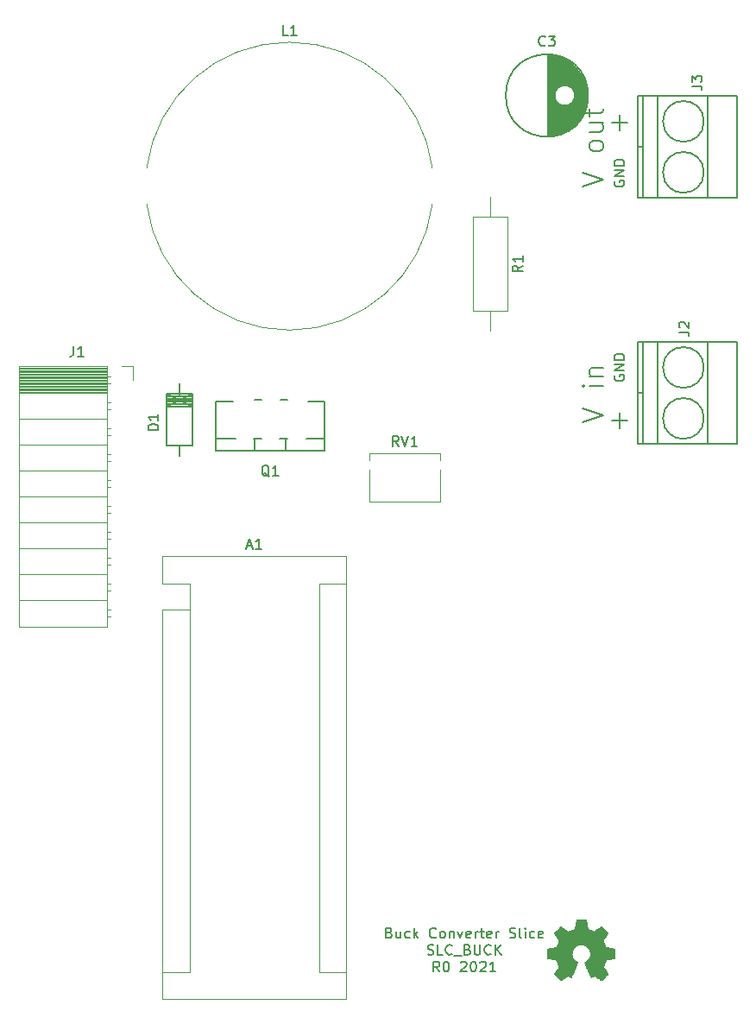
<source format=gbr>
%TF.GenerationSoftware,KiCad,Pcbnew,5.1.10*%
%TF.CreationDate,2021-10-26T18:05:10-04:00*%
%TF.ProjectId,BREAD_Slice,42524541-445f-4536-9c69-63652e6b6963,rev?*%
%TF.SameCoordinates,Original*%
%TF.FileFunction,Legend,Top*%
%TF.FilePolarity,Positive*%
%FSLAX46Y46*%
G04 Gerber Fmt 4.6, Leading zero omitted, Abs format (unit mm)*
G04 Created by KiCad (PCBNEW 5.1.10) date 2021-10-26 18:05:10*
%MOMM*%
%LPD*%
G01*
G04 APERTURE LIST*
%ADD10C,0.150000*%
%ADD11C,0.120000*%
%ADD12C,0.010000*%
G04 APERTURE END LIST*
D10*
X177980000Y-78331904D02*
X177932380Y-78427142D01*
X177932380Y-78570000D01*
X177980000Y-78712857D01*
X178075238Y-78808095D01*
X178170476Y-78855714D01*
X178360952Y-78903333D01*
X178503809Y-78903333D01*
X178694285Y-78855714D01*
X178789523Y-78808095D01*
X178884761Y-78712857D01*
X178932380Y-78570000D01*
X178932380Y-78474761D01*
X178884761Y-78331904D01*
X178837142Y-78284285D01*
X178503809Y-78284285D01*
X178503809Y-78474761D01*
X178932380Y-77855714D02*
X177932380Y-77855714D01*
X178932380Y-77284285D01*
X177932380Y-77284285D01*
X178932380Y-76808095D02*
X177932380Y-76808095D01*
X177932380Y-76570000D01*
X177980000Y-76427142D01*
X178075238Y-76331904D01*
X178170476Y-76284285D01*
X178360952Y-76236666D01*
X178503809Y-76236666D01*
X178694285Y-76284285D01*
X178789523Y-76331904D01*
X178884761Y-76427142D01*
X178932380Y-76570000D01*
X178932380Y-76808095D01*
X177718095Y-82792857D02*
X179241904Y-82792857D01*
X178480000Y-83554761D02*
X178480000Y-82030952D01*
X177980000Y-59281904D02*
X177932380Y-59377142D01*
X177932380Y-59520000D01*
X177980000Y-59662857D01*
X178075238Y-59758095D01*
X178170476Y-59805714D01*
X178360952Y-59853333D01*
X178503809Y-59853333D01*
X178694285Y-59805714D01*
X178789523Y-59758095D01*
X178884761Y-59662857D01*
X178932380Y-59520000D01*
X178932380Y-59424761D01*
X178884761Y-59281904D01*
X178837142Y-59234285D01*
X178503809Y-59234285D01*
X178503809Y-59424761D01*
X178932380Y-58805714D02*
X177932380Y-58805714D01*
X178932380Y-58234285D01*
X177932380Y-58234285D01*
X178932380Y-57758095D02*
X177932380Y-57758095D01*
X177932380Y-57520000D01*
X177980000Y-57377142D01*
X178075238Y-57281904D01*
X178170476Y-57234285D01*
X178360952Y-57186666D01*
X178503809Y-57186666D01*
X178694285Y-57234285D01*
X178789523Y-57281904D01*
X178884761Y-57377142D01*
X178932380Y-57520000D01*
X178932380Y-57758095D01*
X177718095Y-53582857D02*
X179241904Y-53582857D01*
X178480000Y-54344761D02*
X178480000Y-52820952D01*
X174844761Y-82919523D02*
X176844761Y-82252857D01*
X174844761Y-81586190D01*
X176844761Y-79395714D02*
X175511428Y-79395714D01*
X174844761Y-79395714D02*
X174940000Y-79490952D01*
X175035238Y-79395714D01*
X174940000Y-79300476D01*
X174844761Y-79395714D01*
X175035238Y-79395714D01*
X175511428Y-78443333D02*
X176844761Y-78443333D01*
X175701904Y-78443333D02*
X175606666Y-78348095D01*
X175511428Y-78157619D01*
X175511428Y-77871904D01*
X175606666Y-77681428D01*
X175797142Y-77586190D01*
X176844761Y-77586190D01*
X174844761Y-59789523D02*
X176844761Y-59122857D01*
X174844761Y-58456190D01*
X176844761Y-55980000D02*
X176749523Y-56170476D01*
X176654285Y-56265714D01*
X176463809Y-56360952D01*
X175892380Y-56360952D01*
X175701904Y-56265714D01*
X175606666Y-56170476D01*
X175511428Y-55980000D01*
X175511428Y-55694285D01*
X175606666Y-55503809D01*
X175701904Y-55408571D01*
X175892380Y-55313333D01*
X176463809Y-55313333D01*
X176654285Y-55408571D01*
X176749523Y-55503809D01*
X176844761Y-55694285D01*
X176844761Y-55980000D01*
X175511428Y-53599047D02*
X176844761Y-53599047D01*
X175511428Y-54456190D02*
X176559047Y-54456190D01*
X176749523Y-54360952D01*
X176844761Y-54170476D01*
X176844761Y-53884761D01*
X176749523Y-53694285D01*
X176654285Y-53599047D01*
X175511428Y-52932380D02*
X175511428Y-52170476D01*
X174844761Y-52646666D02*
X176559047Y-52646666D01*
X176749523Y-52551428D01*
X176844761Y-52360952D01*
X176844761Y-52170476D01*
X155882857Y-132998571D02*
X156025714Y-133046190D01*
X156073333Y-133093809D01*
X156120952Y-133189047D01*
X156120952Y-133331904D01*
X156073333Y-133427142D01*
X156025714Y-133474761D01*
X155930476Y-133522380D01*
X155549523Y-133522380D01*
X155549523Y-132522380D01*
X155882857Y-132522380D01*
X155978095Y-132570000D01*
X156025714Y-132617619D01*
X156073333Y-132712857D01*
X156073333Y-132808095D01*
X156025714Y-132903333D01*
X155978095Y-132950952D01*
X155882857Y-132998571D01*
X155549523Y-132998571D01*
X156978095Y-132855714D02*
X156978095Y-133522380D01*
X156549523Y-132855714D02*
X156549523Y-133379523D01*
X156597142Y-133474761D01*
X156692380Y-133522380D01*
X156835238Y-133522380D01*
X156930476Y-133474761D01*
X156978095Y-133427142D01*
X157882857Y-133474761D02*
X157787619Y-133522380D01*
X157597142Y-133522380D01*
X157501904Y-133474761D01*
X157454285Y-133427142D01*
X157406666Y-133331904D01*
X157406666Y-133046190D01*
X157454285Y-132950952D01*
X157501904Y-132903333D01*
X157597142Y-132855714D01*
X157787619Y-132855714D01*
X157882857Y-132903333D01*
X158311428Y-133522380D02*
X158311428Y-132522380D01*
X158406666Y-133141428D02*
X158692380Y-133522380D01*
X158692380Y-132855714D02*
X158311428Y-133236666D01*
X160454285Y-133427142D02*
X160406666Y-133474761D01*
X160263809Y-133522380D01*
X160168571Y-133522380D01*
X160025714Y-133474761D01*
X159930476Y-133379523D01*
X159882857Y-133284285D01*
X159835238Y-133093809D01*
X159835238Y-132950952D01*
X159882857Y-132760476D01*
X159930476Y-132665238D01*
X160025714Y-132570000D01*
X160168571Y-132522380D01*
X160263809Y-132522380D01*
X160406666Y-132570000D01*
X160454285Y-132617619D01*
X161025714Y-133522380D02*
X160930476Y-133474761D01*
X160882857Y-133427142D01*
X160835238Y-133331904D01*
X160835238Y-133046190D01*
X160882857Y-132950952D01*
X160930476Y-132903333D01*
X161025714Y-132855714D01*
X161168571Y-132855714D01*
X161263809Y-132903333D01*
X161311428Y-132950952D01*
X161359047Y-133046190D01*
X161359047Y-133331904D01*
X161311428Y-133427142D01*
X161263809Y-133474761D01*
X161168571Y-133522380D01*
X161025714Y-133522380D01*
X161787619Y-132855714D02*
X161787619Y-133522380D01*
X161787619Y-132950952D02*
X161835238Y-132903333D01*
X161930476Y-132855714D01*
X162073333Y-132855714D01*
X162168571Y-132903333D01*
X162216190Y-132998571D01*
X162216190Y-133522380D01*
X162597142Y-132855714D02*
X162835238Y-133522380D01*
X163073333Y-132855714D01*
X163835238Y-133474761D02*
X163740000Y-133522380D01*
X163549523Y-133522380D01*
X163454285Y-133474761D01*
X163406666Y-133379523D01*
X163406666Y-132998571D01*
X163454285Y-132903333D01*
X163549523Y-132855714D01*
X163740000Y-132855714D01*
X163835238Y-132903333D01*
X163882857Y-132998571D01*
X163882857Y-133093809D01*
X163406666Y-133189047D01*
X164311428Y-133522380D02*
X164311428Y-132855714D01*
X164311428Y-133046190D02*
X164359047Y-132950952D01*
X164406666Y-132903333D01*
X164501904Y-132855714D01*
X164597142Y-132855714D01*
X164787619Y-132855714D02*
X165168571Y-132855714D01*
X164930476Y-132522380D02*
X164930476Y-133379523D01*
X164978095Y-133474761D01*
X165073333Y-133522380D01*
X165168571Y-133522380D01*
X165882857Y-133474761D02*
X165787619Y-133522380D01*
X165597142Y-133522380D01*
X165501904Y-133474761D01*
X165454285Y-133379523D01*
X165454285Y-132998571D01*
X165501904Y-132903333D01*
X165597142Y-132855714D01*
X165787619Y-132855714D01*
X165882857Y-132903333D01*
X165930476Y-132998571D01*
X165930476Y-133093809D01*
X165454285Y-133189047D01*
X166359047Y-133522380D02*
X166359047Y-132855714D01*
X166359047Y-133046190D02*
X166406666Y-132950952D01*
X166454285Y-132903333D01*
X166549523Y-132855714D01*
X166644761Y-132855714D01*
X167692380Y-133474761D02*
X167835238Y-133522380D01*
X168073333Y-133522380D01*
X168168571Y-133474761D01*
X168216190Y-133427142D01*
X168263809Y-133331904D01*
X168263809Y-133236666D01*
X168216190Y-133141428D01*
X168168571Y-133093809D01*
X168073333Y-133046190D01*
X167882857Y-132998571D01*
X167787619Y-132950952D01*
X167740000Y-132903333D01*
X167692380Y-132808095D01*
X167692380Y-132712857D01*
X167740000Y-132617619D01*
X167787619Y-132570000D01*
X167882857Y-132522380D01*
X168120952Y-132522380D01*
X168263809Y-132570000D01*
X168835238Y-133522380D02*
X168740000Y-133474761D01*
X168692380Y-133379523D01*
X168692380Y-132522380D01*
X169216190Y-133522380D02*
X169216190Y-132855714D01*
X169216190Y-132522380D02*
X169168571Y-132570000D01*
X169216190Y-132617619D01*
X169263809Y-132570000D01*
X169216190Y-132522380D01*
X169216190Y-132617619D01*
X170120952Y-133474761D02*
X170025714Y-133522380D01*
X169835238Y-133522380D01*
X169740000Y-133474761D01*
X169692380Y-133427142D01*
X169644761Y-133331904D01*
X169644761Y-133046190D01*
X169692380Y-132950952D01*
X169740000Y-132903333D01*
X169835238Y-132855714D01*
X170025714Y-132855714D01*
X170120952Y-132903333D01*
X170930476Y-133474761D02*
X170835238Y-133522380D01*
X170644761Y-133522380D01*
X170549523Y-133474761D01*
X170501904Y-133379523D01*
X170501904Y-132998571D01*
X170549523Y-132903333D01*
X170644761Y-132855714D01*
X170835238Y-132855714D01*
X170930476Y-132903333D01*
X170978095Y-132998571D01*
X170978095Y-133093809D01*
X170501904Y-133189047D01*
X159644761Y-135124761D02*
X159787619Y-135172380D01*
X160025714Y-135172380D01*
X160120952Y-135124761D01*
X160168571Y-135077142D01*
X160216190Y-134981904D01*
X160216190Y-134886666D01*
X160168571Y-134791428D01*
X160120952Y-134743809D01*
X160025714Y-134696190D01*
X159835238Y-134648571D01*
X159740000Y-134600952D01*
X159692380Y-134553333D01*
X159644761Y-134458095D01*
X159644761Y-134362857D01*
X159692380Y-134267619D01*
X159740000Y-134220000D01*
X159835238Y-134172380D01*
X160073333Y-134172380D01*
X160216190Y-134220000D01*
X161120952Y-135172380D02*
X160644761Y-135172380D01*
X160644761Y-134172380D01*
X162025714Y-135077142D02*
X161978095Y-135124761D01*
X161835238Y-135172380D01*
X161740000Y-135172380D01*
X161597142Y-135124761D01*
X161501904Y-135029523D01*
X161454285Y-134934285D01*
X161406666Y-134743809D01*
X161406666Y-134600952D01*
X161454285Y-134410476D01*
X161501904Y-134315238D01*
X161597142Y-134220000D01*
X161740000Y-134172380D01*
X161835238Y-134172380D01*
X161978095Y-134220000D01*
X162025714Y-134267619D01*
X162216190Y-135267619D02*
X162978095Y-135267619D01*
X163549523Y-134648571D02*
X163692380Y-134696190D01*
X163740000Y-134743809D01*
X163787619Y-134839047D01*
X163787619Y-134981904D01*
X163740000Y-135077142D01*
X163692380Y-135124761D01*
X163597142Y-135172380D01*
X163216190Y-135172380D01*
X163216190Y-134172380D01*
X163549523Y-134172380D01*
X163644761Y-134220000D01*
X163692380Y-134267619D01*
X163740000Y-134362857D01*
X163740000Y-134458095D01*
X163692380Y-134553333D01*
X163644761Y-134600952D01*
X163549523Y-134648571D01*
X163216190Y-134648571D01*
X164216190Y-134172380D02*
X164216190Y-134981904D01*
X164263809Y-135077142D01*
X164311428Y-135124761D01*
X164406666Y-135172380D01*
X164597142Y-135172380D01*
X164692380Y-135124761D01*
X164740000Y-135077142D01*
X164787619Y-134981904D01*
X164787619Y-134172380D01*
X165835238Y-135077142D02*
X165787619Y-135124761D01*
X165644761Y-135172380D01*
X165549523Y-135172380D01*
X165406666Y-135124761D01*
X165311428Y-135029523D01*
X165263809Y-134934285D01*
X165216190Y-134743809D01*
X165216190Y-134600952D01*
X165263809Y-134410476D01*
X165311428Y-134315238D01*
X165406666Y-134220000D01*
X165549523Y-134172380D01*
X165644761Y-134172380D01*
X165787619Y-134220000D01*
X165835238Y-134267619D01*
X166263809Y-135172380D02*
X166263809Y-134172380D01*
X166835238Y-135172380D02*
X166406666Y-134600952D01*
X166835238Y-134172380D02*
X166263809Y-134743809D01*
X160787619Y-136822380D02*
X160454285Y-136346190D01*
X160216190Y-136822380D02*
X160216190Y-135822380D01*
X160597142Y-135822380D01*
X160692380Y-135870000D01*
X160740000Y-135917619D01*
X160787619Y-136012857D01*
X160787619Y-136155714D01*
X160740000Y-136250952D01*
X160692380Y-136298571D01*
X160597142Y-136346190D01*
X160216190Y-136346190D01*
X161406666Y-135822380D02*
X161501904Y-135822380D01*
X161597142Y-135870000D01*
X161644761Y-135917619D01*
X161692380Y-136012857D01*
X161740000Y-136203333D01*
X161740000Y-136441428D01*
X161692380Y-136631904D01*
X161644761Y-136727142D01*
X161597142Y-136774761D01*
X161501904Y-136822380D01*
X161406666Y-136822380D01*
X161311428Y-136774761D01*
X161263809Y-136727142D01*
X161216190Y-136631904D01*
X161168571Y-136441428D01*
X161168571Y-136203333D01*
X161216190Y-136012857D01*
X161263809Y-135917619D01*
X161311428Y-135870000D01*
X161406666Y-135822380D01*
X162882857Y-135917619D02*
X162930476Y-135870000D01*
X163025714Y-135822380D01*
X163263809Y-135822380D01*
X163359047Y-135870000D01*
X163406666Y-135917619D01*
X163454285Y-136012857D01*
X163454285Y-136108095D01*
X163406666Y-136250952D01*
X162835238Y-136822380D01*
X163454285Y-136822380D01*
X164073333Y-135822380D02*
X164168571Y-135822380D01*
X164263809Y-135870000D01*
X164311428Y-135917619D01*
X164359047Y-136012857D01*
X164406666Y-136203333D01*
X164406666Y-136441428D01*
X164359047Y-136631904D01*
X164311428Y-136727142D01*
X164263809Y-136774761D01*
X164168571Y-136822380D01*
X164073333Y-136822380D01*
X163978095Y-136774761D01*
X163930476Y-136727142D01*
X163882857Y-136631904D01*
X163835238Y-136441428D01*
X163835238Y-136203333D01*
X163882857Y-136012857D01*
X163930476Y-135917619D01*
X163978095Y-135870000D01*
X164073333Y-135822380D01*
X164787619Y-135917619D02*
X164835238Y-135870000D01*
X164930476Y-135822380D01*
X165168571Y-135822380D01*
X165263809Y-135870000D01*
X165311428Y-135917619D01*
X165359047Y-136012857D01*
X165359047Y-136108095D01*
X165311428Y-136250952D01*
X164740000Y-136822380D01*
X165359047Y-136822380D01*
X166311428Y-136822380D02*
X165740000Y-136822380D01*
X166025714Y-136822380D02*
X166025714Y-135822380D01*
X165930476Y-135965238D01*
X165835238Y-136060476D01*
X165740000Y-136108095D01*
D11*
%TO.C,R1*%
X165780000Y-73990000D02*
X165780000Y-72030000D01*
X165780000Y-60830000D02*
X165780000Y-62790000D01*
X167500000Y-72030000D02*
X167500000Y-62790000D01*
X164060000Y-72030000D02*
X167500000Y-72030000D01*
X164060000Y-62790000D02*
X164060000Y-72030000D01*
X167500000Y-62790000D02*
X164060000Y-62790000D01*
%TO.C,RV1*%
X160865000Y-87615000D02*
X160865000Y-90720000D01*
X160865000Y-85980000D02*
X160865000Y-86625000D01*
X153915000Y-87615000D02*
X153915000Y-90720000D01*
X153915000Y-85980000D02*
X153915000Y-86625000D01*
X153915000Y-90720000D02*
X160865000Y-90720000D01*
X153915000Y-85980000D02*
X160865000Y-85980000D01*
D10*
%TO.C,Q1*%
X144190000Y-85698000D02*
X138856000Y-85698000D01*
X144190000Y-85698000D02*
X149524000Y-85698000D01*
X149524000Y-84555000D02*
X149524000Y-85698000D01*
X138856000Y-85698000D02*
X138856000Y-84555000D01*
X149524000Y-80872000D02*
X149524000Y-84555000D01*
X138856000Y-84555000D02*
X138856000Y-80872000D01*
X142666000Y-85698000D02*
X142666000Y-84555000D01*
X145714000Y-85698000D02*
X145714000Y-84555000D01*
X138856000Y-80872000D02*
X140507000Y-80872000D01*
X142666000Y-80745000D02*
X143301000Y-80745000D01*
X145206000Y-80745000D02*
X145841000Y-80745000D01*
X149524000Y-80872000D02*
X147873000Y-80872000D01*
X149524000Y-84555000D02*
X147746000Y-84555000D01*
X145714000Y-84555000D02*
X145079000Y-84555000D01*
X145714000Y-84555000D02*
X145841000Y-84555000D01*
X143301000Y-84555000D02*
X142539000Y-84555000D01*
X138856000Y-84555000D02*
X140761000Y-84555000D01*
D11*
%TO.C,L1*%
X160099882Y-61550000D02*
G75*
G02*
X132080118Y-61550000I-14009882J1760000D01*
G01*
X160099882Y-58030000D02*
G75*
G03*
X132080118Y-58030000I-14009882J-1760000D01*
G01*
D10*
%TO.C,J3*%
X190030000Y-50940000D02*
X180230000Y-50940000D01*
X190030000Y-60940000D02*
X190030000Y-50940000D01*
X180230000Y-60940000D02*
X190030000Y-60940000D01*
X180230000Y-50940000D02*
X180230000Y-60940000D01*
X180730000Y-50940000D02*
X180730000Y-60940000D01*
X187130000Y-50940000D02*
X187130000Y-60940000D01*
X182230000Y-50940000D02*
X182230000Y-60940000D01*
X186730000Y-53440000D02*
G75*
G03*
X186730000Y-53440000I-2000000J0D01*
G01*
X186730000Y-58440000D02*
G75*
G03*
X186730000Y-58440000I-2000000J0D01*
G01*
X180730000Y-55940000D02*
X180230000Y-55940000D01*
%TO.C,J2*%
X190030000Y-75070000D02*
X180230000Y-75070000D01*
X190030000Y-85070000D02*
X190030000Y-75070000D01*
X180230000Y-85070000D02*
X190030000Y-85070000D01*
X180230000Y-75070000D02*
X180230000Y-85070000D01*
X180730000Y-75070000D02*
X180730000Y-85070000D01*
X187130000Y-75070000D02*
X187130000Y-85070000D01*
X182230000Y-75070000D02*
X182230000Y-85070000D01*
X186730000Y-77570000D02*
G75*
G03*
X186730000Y-77570000I-2000000J0D01*
G01*
X186730000Y-82570000D02*
G75*
G03*
X186730000Y-82570000I-2000000J0D01*
G01*
X180730000Y-80070000D02*
X180230000Y-80070000D01*
%TO.C,D1*%
X134032540Y-85190000D02*
X134032540Y-80110000D01*
X136572540Y-85190000D02*
X134032540Y-85190000D01*
X136572540Y-80110000D02*
X136572540Y-85190000D01*
X134032540Y-80110000D02*
X136572540Y-80110000D01*
X136572540Y-80745000D02*
X134032540Y-80745000D01*
X136572540Y-81380000D02*
X134032540Y-81380000D01*
X136572540Y-80110000D02*
X134032540Y-81380000D01*
X136572540Y-81380000D02*
X134032540Y-80110000D01*
X136572540Y-80364000D02*
X134032540Y-80364000D01*
X136572540Y-81126000D02*
X134032540Y-81126000D01*
X136572540Y-80872000D02*
X134032540Y-80872000D01*
X136572540Y-80618000D02*
X134032540Y-80618000D01*
X135302540Y-80364000D02*
X135302540Y-79094000D01*
X135302540Y-85190000D02*
X135302540Y-86206000D01*
%TO.C,C3*%
X175377500Y-50900000D02*
G75*
G03*
X175377500Y-50900000I-4037500J0D01*
G01*
X174090000Y-50900000D02*
G75*
G03*
X174090000Y-50900000I-1000000J0D01*
G01*
X175335000Y-50700000D02*
X175335000Y-51100000D01*
X175195000Y-49833000D02*
X175195000Y-51967000D01*
X175055000Y-49417000D02*
X175055000Y-52383000D01*
X174915000Y-49106000D02*
X174915000Y-52694000D01*
X174775000Y-48850000D02*
X174775000Y-52950000D01*
X174635000Y-48632000D02*
X174635000Y-53168000D01*
X174495000Y-48441000D02*
X174495000Y-53359000D01*
X174355000Y-48271000D02*
X174355000Y-53529000D01*
X174215000Y-48119000D02*
X174215000Y-53681000D01*
X174075000Y-51073000D02*
X174075000Y-53819000D01*
X174075000Y-47981000D02*
X174075000Y-50727000D01*
X173935000Y-51435000D02*
X173935000Y-53944000D01*
X173935000Y-47856000D02*
X173935000Y-50365000D01*
X173795000Y-51609000D02*
X173795000Y-54058000D01*
X173795000Y-47742000D02*
X173795000Y-50191000D01*
X173655000Y-51725000D02*
X173655000Y-54162000D01*
X173655000Y-47638000D02*
X173655000Y-50075000D01*
X173515000Y-51805000D02*
X173515000Y-54257000D01*
X173515000Y-47543000D02*
X173515000Y-49995000D01*
X173375000Y-51859000D02*
X173375000Y-54344000D01*
X173375000Y-47456000D02*
X173375000Y-49941000D01*
X173235000Y-51889000D02*
X173235000Y-54423000D01*
X173235000Y-47377000D02*
X173235000Y-49911000D01*
X173095000Y-51900000D02*
X173095000Y-54494000D01*
X173095000Y-47306000D02*
X173095000Y-49900000D01*
X172955000Y-51891000D02*
X172955000Y-54559000D01*
X172955000Y-47241000D02*
X172955000Y-49909000D01*
X172815000Y-51861000D02*
X172815000Y-54618000D01*
X172815000Y-47182000D02*
X172815000Y-49939000D01*
X172675000Y-51810000D02*
X172675000Y-54671000D01*
X172675000Y-47129000D02*
X172675000Y-49990000D01*
X172535000Y-51732000D02*
X172535000Y-54717000D01*
X172535000Y-47083000D02*
X172535000Y-50068000D01*
X172395000Y-51619000D02*
X172395000Y-54758000D01*
X172395000Y-47042000D02*
X172395000Y-50181000D01*
X172255000Y-51450000D02*
X172255000Y-54794000D01*
X172255000Y-47006000D02*
X172255000Y-50350000D01*
X172115000Y-51122000D02*
X172115000Y-54824000D01*
X172115000Y-46976000D02*
X172115000Y-50678000D01*
X171975000Y-46951000D02*
X171975000Y-54849000D01*
X171835000Y-46931000D02*
X171835000Y-54869000D01*
X171695000Y-46916000D02*
X171695000Y-54884000D01*
X171555000Y-46906000D02*
X171555000Y-54894000D01*
X171415000Y-46901000D02*
X171415000Y-54899000D01*
D12*
%TO.C,Logo1*%
G36*
X175225814Y-132188931D02*
G01*
X175309635Y-132633555D01*
X175618920Y-132761053D01*
X175928206Y-132888551D01*
X176299246Y-132636246D01*
X176403157Y-132565996D01*
X176497087Y-132503272D01*
X176576652Y-132450938D01*
X176637470Y-132411857D01*
X176675157Y-132388893D01*
X176685421Y-132383942D01*
X176703910Y-132396676D01*
X176743420Y-132431882D01*
X176799522Y-132485062D01*
X176867787Y-132551718D01*
X176943786Y-132627354D01*
X177023092Y-132707472D01*
X177101275Y-132787574D01*
X177173907Y-132863164D01*
X177236559Y-132929745D01*
X177284803Y-132982818D01*
X177314210Y-133017887D01*
X177321241Y-133029623D01*
X177311123Y-133051260D01*
X177282759Y-133098662D01*
X177239129Y-133167193D01*
X177183218Y-133252215D01*
X177118006Y-133349093D01*
X177080219Y-133404350D01*
X177011343Y-133505248D01*
X176950140Y-133596299D01*
X176899578Y-133672970D01*
X176862628Y-133730728D01*
X176842258Y-133765043D01*
X176839197Y-133772254D01*
X176846136Y-133792748D01*
X176865051Y-133840513D01*
X176893087Y-133908832D01*
X176927391Y-133990989D01*
X176965109Y-134080270D01*
X177003387Y-134169958D01*
X177039370Y-134253338D01*
X177070206Y-134323694D01*
X177093039Y-134374310D01*
X177105017Y-134398471D01*
X177105724Y-134399422D01*
X177124531Y-134404036D01*
X177174618Y-134414328D01*
X177250793Y-134429287D01*
X177347865Y-134447901D01*
X177460643Y-134469159D01*
X177526442Y-134481418D01*
X177646950Y-134504362D01*
X177755797Y-134526195D01*
X177847476Y-134545722D01*
X177916481Y-134561748D01*
X177957304Y-134573079D01*
X177965511Y-134576674D01*
X177973548Y-134601006D01*
X177980033Y-134655959D01*
X177984970Y-134735108D01*
X177988364Y-134832026D01*
X177990218Y-134940287D01*
X177990538Y-135053465D01*
X177989327Y-135165135D01*
X177986590Y-135268868D01*
X177982331Y-135358241D01*
X177976555Y-135426826D01*
X177969267Y-135468197D01*
X177964895Y-135476810D01*
X177938764Y-135487133D01*
X177883393Y-135501892D01*
X177806107Y-135519352D01*
X177714230Y-135537780D01*
X177682158Y-135543741D01*
X177527524Y-135572066D01*
X177405375Y-135594876D01*
X177311673Y-135613080D01*
X177242384Y-135627583D01*
X177193471Y-135639292D01*
X177160897Y-135649115D01*
X177140628Y-135657956D01*
X177128626Y-135666724D01*
X177126947Y-135668457D01*
X177110184Y-135696371D01*
X177084614Y-135750695D01*
X177052788Y-135824777D01*
X177017260Y-135911965D01*
X176980583Y-136005608D01*
X176945311Y-136099052D01*
X176913996Y-136185647D01*
X176889193Y-136258740D01*
X176873454Y-136311678D01*
X176869332Y-136337811D01*
X176869676Y-136338726D01*
X176883641Y-136360086D01*
X176915322Y-136407084D01*
X176961391Y-136474827D01*
X177018518Y-136558423D01*
X177083373Y-136652982D01*
X177101843Y-136679854D01*
X177167699Y-136777275D01*
X177225650Y-136866163D01*
X177272538Y-136941412D01*
X177305207Y-136997920D01*
X177320500Y-137030581D01*
X177321241Y-137034593D01*
X177308392Y-137055684D01*
X177272888Y-137097464D01*
X177219293Y-137155445D01*
X177152171Y-137225135D01*
X177076087Y-137302045D01*
X176995604Y-137381683D01*
X176915287Y-137459561D01*
X176839699Y-137531186D01*
X176773405Y-137592070D01*
X176720969Y-137637721D01*
X176686955Y-137663650D01*
X176677545Y-137667883D01*
X176655643Y-137657912D01*
X176610800Y-137631020D01*
X176550321Y-137591736D01*
X176503789Y-137560117D01*
X176419475Y-137502098D01*
X176319626Y-137433784D01*
X176219473Y-137365579D01*
X176165627Y-137329075D01*
X175983371Y-137205800D01*
X175830381Y-137288520D01*
X175760682Y-137324759D01*
X175701414Y-137352926D01*
X175661311Y-137368991D01*
X175651103Y-137371226D01*
X175638829Y-137354722D01*
X175614613Y-137308082D01*
X175580263Y-137235609D01*
X175537588Y-137141606D01*
X175488394Y-137030374D01*
X175434490Y-136906215D01*
X175377684Y-136773432D01*
X175319782Y-136636327D01*
X175262593Y-136499202D01*
X175207924Y-136366358D01*
X175157584Y-136242098D01*
X175113380Y-136130725D01*
X175077119Y-136036539D01*
X175050609Y-135963844D01*
X175035658Y-135916941D01*
X175033254Y-135900833D01*
X175052311Y-135880286D01*
X175094036Y-135846933D01*
X175149706Y-135807702D01*
X175154378Y-135804599D01*
X175298264Y-135689423D01*
X175414283Y-135555053D01*
X175501430Y-135405784D01*
X175558699Y-135245913D01*
X175585086Y-135079737D01*
X175579585Y-134911552D01*
X175541190Y-134745655D01*
X175468895Y-134586342D01*
X175447626Y-134551487D01*
X175336996Y-134410737D01*
X175206302Y-134297714D01*
X175060064Y-134213003D01*
X174902808Y-134157194D01*
X174739057Y-134130874D01*
X174573333Y-134134630D01*
X174410162Y-134169050D01*
X174254065Y-134234723D01*
X174109567Y-134332235D01*
X174064869Y-134371813D01*
X173951112Y-134495703D01*
X173868218Y-134626124D01*
X173811356Y-134772315D01*
X173779687Y-134917088D01*
X173771869Y-135079860D01*
X173797938Y-135243440D01*
X173855245Y-135402298D01*
X173941144Y-135550906D01*
X174052986Y-135683735D01*
X174188123Y-135795256D01*
X174205883Y-135807011D01*
X174262150Y-135845508D01*
X174304923Y-135878863D01*
X174325372Y-135900160D01*
X174325669Y-135900833D01*
X174321279Y-135923871D01*
X174303876Y-135976157D01*
X174275268Y-136053390D01*
X174237265Y-136151268D01*
X174191674Y-136265491D01*
X174140303Y-136391758D01*
X174084962Y-136525767D01*
X174027458Y-136663218D01*
X173969601Y-136799808D01*
X173913198Y-136931237D01*
X173860058Y-137053205D01*
X173811990Y-137161409D01*
X173770801Y-137251549D01*
X173738301Y-137319323D01*
X173716297Y-137360430D01*
X173707436Y-137371226D01*
X173680360Y-137362819D01*
X173629697Y-137340272D01*
X173564183Y-137307613D01*
X173528159Y-137288520D01*
X173375168Y-137205800D01*
X173192912Y-137329075D01*
X173099875Y-137392228D01*
X172998015Y-137461727D01*
X172902562Y-137527165D01*
X172854750Y-137560117D01*
X172787505Y-137605273D01*
X172730564Y-137641057D01*
X172691354Y-137662938D01*
X172678619Y-137667563D01*
X172660083Y-137655085D01*
X172619059Y-137620252D01*
X172559525Y-137566678D01*
X172485458Y-137497983D01*
X172400835Y-137417781D01*
X172347315Y-137366286D01*
X172253681Y-137274286D01*
X172172759Y-137191999D01*
X172107823Y-137122945D01*
X172062142Y-137070644D01*
X172038989Y-137038616D01*
X172036768Y-137032116D01*
X172047076Y-137007394D01*
X172075561Y-136957405D01*
X172119063Y-136887212D01*
X172174423Y-136801875D01*
X172238480Y-136706456D01*
X172256697Y-136679854D01*
X172323073Y-136583167D01*
X172382622Y-136496117D01*
X172432016Y-136423595D01*
X172467925Y-136370493D01*
X172487019Y-136341703D01*
X172488864Y-136338726D01*
X172486105Y-136315782D01*
X172471462Y-136265336D01*
X172447487Y-136194041D01*
X172416734Y-136108547D01*
X172381756Y-136015507D01*
X172345107Y-135921574D01*
X172309339Y-135833399D01*
X172277006Y-135757634D01*
X172250662Y-135700931D01*
X172232858Y-135669943D01*
X172231593Y-135668457D01*
X172220706Y-135659601D01*
X172202318Y-135650843D01*
X172172394Y-135641277D01*
X172126897Y-135629996D01*
X172061791Y-135616093D01*
X171973039Y-135598663D01*
X171856607Y-135576798D01*
X171708458Y-135549591D01*
X171676382Y-135543741D01*
X171581314Y-135525374D01*
X171498435Y-135507405D01*
X171435070Y-135491569D01*
X171398542Y-135479600D01*
X171393644Y-135476810D01*
X171385573Y-135452072D01*
X171379013Y-135396790D01*
X171373967Y-135317389D01*
X171370441Y-135220296D01*
X171368439Y-135111938D01*
X171367964Y-134998740D01*
X171369023Y-134887128D01*
X171371618Y-134783529D01*
X171375754Y-134694368D01*
X171381437Y-134626072D01*
X171388669Y-134585066D01*
X171393029Y-134576674D01*
X171417302Y-134568208D01*
X171472574Y-134554435D01*
X171553338Y-134536550D01*
X171654088Y-134515748D01*
X171769317Y-134493223D01*
X171832098Y-134481418D01*
X171951213Y-134459151D01*
X172057435Y-134438979D01*
X172145573Y-134421915D01*
X172210434Y-134408969D01*
X172246826Y-134401155D01*
X172252816Y-134399422D01*
X172262939Y-134379890D01*
X172284338Y-134332843D01*
X172314161Y-134265003D01*
X172349555Y-134183091D01*
X172387668Y-134093828D01*
X172425647Y-134003935D01*
X172460640Y-133920135D01*
X172489794Y-133849147D01*
X172510257Y-133797694D01*
X172519177Y-133772497D01*
X172519343Y-133771396D01*
X172509231Y-133751519D01*
X172480883Y-133705777D01*
X172437277Y-133638717D01*
X172381394Y-133554884D01*
X172316213Y-133458826D01*
X172278321Y-133403650D01*
X172209275Y-133302481D01*
X172147950Y-133210630D01*
X172097337Y-133132744D01*
X172060429Y-133073469D01*
X172040218Y-133037451D01*
X172037299Y-133029377D01*
X172049847Y-133010584D01*
X172084537Y-132970457D01*
X172136937Y-132913493D01*
X172202616Y-132844185D01*
X172277144Y-132767031D01*
X172356087Y-132686525D01*
X172435017Y-132607163D01*
X172509500Y-132533440D01*
X172575106Y-132469852D01*
X172627404Y-132420894D01*
X172661961Y-132391061D01*
X172673522Y-132383942D01*
X172692346Y-132393953D01*
X172737369Y-132422078D01*
X172804213Y-132465454D01*
X172888501Y-132521218D01*
X172985856Y-132586506D01*
X173059293Y-132636246D01*
X173430333Y-132888551D01*
X174048905Y-132633555D01*
X174132725Y-132188931D01*
X174216546Y-131744307D01*
X175141994Y-131744307D01*
X175225814Y-132188931D01*
G37*
X175225814Y-132188931D02*
X175309635Y-132633555D01*
X175618920Y-132761053D01*
X175928206Y-132888551D01*
X176299246Y-132636246D01*
X176403157Y-132565996D01*
X176497087Y-132503272D01*
X176576652Y-132450938D01*
X176637470Y-132411857D01*
X176675157Y-132388893D01*
X176685421Y-132383942D01*
X176703910Y-132396676D01*
X176743420Y-132431882D01*
X176799522Y-132485062D01*
X176867787Y-132551718D01*
X176943786Y-132627354D01*
X177023092Y-132707472D01*
X177101275Y-132787574D01*
X177173907Y-132863164D01*
X177236559Y-132929745D01*
X177284803Y-132982818D01*
X177314210Y-133017887D01*
X177321241Y-133029623D01*
X177311123Y-133051260D01*
X177282759Y-133098662D01*
X177239129Y-133167193D01*
X177183218Y-133252215D01*
X177118006Y-133349093D01*
X177080219Y-133404350D01*
X177011343Y-133505248D01*
X176950140Y-133596299D01*
X176899578Y-133672970D01*
X176862628Y-133730728D01*
X176842258Y-133765043D01*
X176839197Y-133772254D01*
X176846136Y-133792748D01*
X176865051Y-133840513D01*
X176893087Y-133908832D01*
X176927391Y-133990989D01*
X176965109Y-134080270D01*
X177003387Y-134169958D01*
X177039370Y-134253338D01*
X177070206Y-134323694D01*
X177093039Y-134374310D01*
X177105017Y-134398471D01*
X177105724Y-134399422D01*
X177124531Y-134404036D01*
X177174618Y-134414328D01*
X177250793Y-134429287D01*
X177347865Y-134447901D01*
X177460643Y-134469159D01*
X177526442Y-134481418D01*
X177646950Y-134504362D01*
X177755797Y-134526195D01*
X177847476Y-134545722D01*
X177916481Y-134561748D01*
X177957304Y-134573079D01*
X177965511Y-134576674D01*
X177973548Y-134601006D01*
X177980033Y-134655959D01*
X177984970Y-134735108D01*
X177988364Y-134832026D01*
X177990218Y-134940287D01*
X177990538Y-135053465D01*
X177989327Y-135165135D01*
X177986590Y-135268868D01*
X177982331Y-135358241D01*
X177976555Y-135426826D01*
X177969267Y-135468197D01*
X177964895Y-135476810D01*
X177938764Y-135487133D01*
X177883393Y-135501892D01*
X177806107Y-135519352D01*
X177714230Y-135537780D01*
X177682158Y-135543741D01*
X177527524Y-135572066D01*
X177405375Y-135594876D01*
X177311673Y-135613080D01*
X177242384Y-135627583D01*
X177193471Y-135639292D01*
X177160897Y-135649115D01*
X177140628Y-135657956D01*
X177128626Y-135666724D01*
X177126947Y-135668457D01*
X177110184Y-135696371D01*
X177084614Y-135750695D01*
X177052788Y-135824777D01*
X177017260Y-135911965D01*
X176980583Y-136005608D01*
X176945311Y-136099052D01*
X176913996Y-136185647D01*
X176889193Y-136258740D01*
X176873454Y-136311678D01*
X176869332Y-136337811D01*
X176869676Y-136338726D01*
X176883641Y-136360086D01*
X176915322Y-136407084D01*
X176961391Y-136474827D01*
X177018518Y-136558423D01*
X177083373Y-136652982D01*
X177101843Y-136679854D01*
X177167699Y-136777275D01*
X177225650Y-136866163D01*
X177272538Y-136941412D01*
X177305207Y-136997920D01*
X177320500Y-137030581D01*
X177321241Y-137034593D01*
X177308392Y-137055684D01*
X177272888Y-137097464D01*
X177219293Y-137155445D01*
X177152171Y-137225135D01*
X177076087Y-137302045D01*
X176995604Y-137381683D01*
X176915287Y-137459561D01*
X176839699Y-137531186D01*
X176773405Y-137592070D01*
X176720969Y-137637721D01*
X176686955Y-137663650D01*
X176677545Y-137667883D01*
X176655643Y-137657912D01*
X176610800Y-137631020D01*
X176550321Y-137591736D01*
X176503789Y-137560117D01*
X176419475Y-137502098D01*
X176319626Y-137433784D01*
X176219473Y-137365579D01*
X176165627Y-137329075D01*
X175983371Y-137205800D01*
X175830381Y-137288520D01*
X175760682Y-137324759D01*
X175701414Y-137352926D01*
X175661311Y-137368991D01*
X175651103Y-137371226D01*
X175638829Y-137354722D01*
X175614613Y-137308082D01*
X175580263Y-137235609D01*
X175537588Y-137141606D01*
X175488394Y-137030374D01*
X175434490Y-136906215D01*
X175377684Y-136773432D01*
X175319782Y-136636327D01*
X175262593Y-136499202D01*
X175207924Y-136366358D01*
X175157584Y-136242098D01*
X175113380Y-136130725D01*
X175077119Y-136036539D01*
X175050609Y-135963844D01*
X175035658Y-135916941D01*
X175033254Y-135900833D01*
X175052311Y-135880286D01*
X175094036Y-135846933D01*
X175149706Y-135807702D01*
X175154378Y-135804599D01*
X175298264Y-135689423D01*
X175414283Y-135555053D01*
X175501430Y-135405784D01*
X175558699Y-135245913D01*
X175585086Y-135079737D01*
X175579585Y-134911552D01*
X175541190Y-134745655D01*
X175468895Y-134586342D01*
X175447626Y-134551487D01*
X175336996Y-134410737D01*
X175206302Y-134297714D01*
X175060064Y-134213003D01*
X174902808Y-134157194D01*
X174739057Y-134130874D01*
X174573333Y-134134630D01*
X174410162Y-134169050D01*
X174254065Y-134234723D01*
X174109567Y-134332235D01*
X174064869Y-134371813D01*
X173951112Y-134495703D01*
X173868218Y-134626124D01*
X173811356Y-134772315D01*
X173779687Y-134917088D01*
X173771869Y-135079860D01*
X173797938Y-135243440D01*
X173855245Y-135402298D01*
X173941144Y-135550906D01*
X174052986Y-135683735D01*
X174188123Y-135795256D01*
X174205883Y-135807011D01*
X174262150Y-135845508D01*
X174304923Y-135878863D01*
X174325372Y-135900160D01*
X174325669Y-135900833D01*
X174321279Y-135923871D01*
X174303876Y-135976157D01*
X174275268Y-136053390D01*
X174237265Y-136151268D01*
X174191674Y-136265491D01*
X174140303Y-136391758D01*
X174084962Y-136525767D01*
X174027458Y-136663218D01*
X173969601Y-136799808D01*
X173913198Y-136931237D01*
X173860058Y-137053205D01*
X173811990Y-137161409D01*
X173770801Y-137251549D01*
X173738301Y-137319323D01*
X173716297Y-137360430D01*
X173707436Y-137371226D01*
X173680360Y-137362819D01*
X173629697Y-137340272D01*
X173564183Y-137307613D01*
X173528159Y-137288520D01*
X173375168Y-137205800D01*
X173192912Y-137329075D01*
X173099875Y-137392228D01*
X172998015Y-137461727D01*
X172902562Y-137527165D01*
X172854750Y-137560117D01*
X172787505Y-137605273D01*
X172730564Y-137641057D01*
X172691354Y-137662938D01*
X172678619Y-137667563D01*
X172660083Y-137655085D01*
X172619059Y-137620252D01*
X172559525Y-137566678D01*
X172485458Y-137497983D01*
X172400835Y-137417781D01*
X172347315Y-137366286D01*
X172253681Y-137274286D01*
X172172759Y-137191999D01*
X172107823Y-137122945D01*
X172062142Y-137070644D01*
X172038989Y-137038616D01*
X172036768Y-137032116D01*
X172047076Y-137007394D01*
X172075561Y-136957405D01*
X172119063Y-136887212D01*
X172174423Y-136801875D01*
X172238480Y-136706456D01*
X172256697Y-136679854D01*
X172323073Y-136583167D01*
X172382622Y-136496117D01*
X172432016Y-136423595D01*
X172467925Y-136370493D01*
X172487019Y-136341703D01*
X172488864Y-136338726D01*
X172486105Y-136315782D01*
X172471462Y-136265336D01*
X172447487Y-136194041D01*
X172416734Y-136108547D01*
X172381756Y-136015507D01*
X172345107Y-135921574D01*
X172309339Y-135833399D01*
X172277006Y-135757634D01*
X172250662Y-135700931D01*
X172232858Y-135669943D01*
X172231593Y-135668457D01*
X172220706Y-135659601D01*
X172202318Y-135650843D01*
X172172394Y-135641277D01*
X172126897Y-135629996D01*
X172061791Y-135616093D01*
X171973039Y-135598663D01*
X171856607Y-135576798D01*
X171708458Y-135549591D01*
X171676382Y-135543741D01*
X171581314Y-135525374D01*
X171498435Y-135507405D01*
X171435070Y-135491569D01*
X171398542Y-135479600D01*
X171393644Y-135476810D01*
X171385573Y-135452072D01*
X171379013Y-135396790D01*
X171373967Y-135317389D01*
X171370441Y-135220296D01*
X171368439Y-135111938D01*
X171367964Y-134998740D01*
X171369023Y-134887128D01*
X171371618Y-134783529D01*
X171375754Y-134694368D01*
X171381437Y-134626072D01*
X171388669Y-134585066D01*
X171393029Y-134576674D01*
X171417302Y-134568208D01*
X171472574Y-134554435D01*
X171553338Y-134536550D01*
X171654088Y-134515748D01*
X171769317Y-134493223D01*
X171832098Y-134481418D01*
X171951213Y-134459151D01*
X172057435Y-134438979D01*
X172145573Y-134421915D01*
X172210434Y-134408969D01*
X172246826Y-134401155D01*
X172252816Y-134399422D01*
X172262939Y-134379890D01*
X172284338Y-134332843D01*
X172314161Y-134265003D01*
X172349555Y-134183091D01*
X172387668Y-134093828D01*
X172425647Y-134003935D01*
X172460640Y-133920135D01*
X172489794Y-133849147D01*
X172510257Y-133797694D01*
X172519177Y-133772497D01*
X172519343Y-133771396D01*
X172509231Y-133751519D01*
X172480883Y-133705777D01*
X172437277Y-133638717D01*
X172381394Y-133554884D01*
X172316213Y-133458826D01*
X172278321Y-133403650D01*
X172209275Y-133302481D01*
X172147950Y-133210630D01*
X172097337Y-133132744D01*
X172060429Y-133073469D01*
X172040218Y-133037451D01*
X172037299Y-133029377D01*
X172049847Y-133010584D01*
X172084537Y-132970457D01*
X172136937Y-132913493D01*
X172202616Y-132844185D01*
X172277144Y-132767031D01*
X172356087Y-132686525D01*
X172435017Y-132607163D01*
X172509500Y-132533440D01*
X172575106Y-132469852D01*
X172627404Y-132420894D01*
X172661961Y-132391061D01*
X172673522Y-132383942D01*
X172692346Y-132393953D01*
X172737369Y-132422078D01*
X172804213Y-132465454D01*
X172888501Y-132521218D01*
X172985856Y-132586506D01*
X173059293Y-132636246D01*
X173430333Y-132888551D01*
X174048905Y-132633555D01*
X174132725Y-132188931D01*
X174216546Y-131744307D01*
X175141994Y-131744307D01*
X175225814Y-132188931D01*
D11*
%TO.C,A1*%
X136270000Y-101270000D02*
X136270000Y-98730000D01*
X136270000Y-98730000D02*
X133600000Y-98730000D01*
X133600000Y-101270000D02*
X133600000Y-139500000D01*
X133600000Y-96060000D02*
X133600000Y-98730000D01*
X148970000Y-98730000D02*
X151640000Y-98730000D01*
X148970000Y-98730000D02*
X148970000Y-136830000D01*
X148970000Y-136830000D02*
X151640000Y-136830000D01*
X136270000Y-101270000D02*
X133600000Y-101270000D01*
X136270000Y-101270000D02*
X136270000Y-136830000D01*
X136270000Y-136830000D02*
X133600000Y-136830000D01*
X133600000Y-139500000D02*
X151640000Y-139500000D01*
X151640000Y-139500000D02*
X151640000Y-96060000D01*
X151640000Y-96060000D02*
X133600000Y-96060000D01*
%TO.C,J1*%
X129600000Y-77470000D02*
X130710000Y-77470000D01*
X130710000Y-77470000D02*
X130710000Y-78800000D01*
X119510000Y-77470000D02*
X119510000Y-102990000D01*
X119510000Y-102990000D02*
X128140000Y-102990000D01*
X128140000Y-77470000D02*
X128140000Y-102990000D01*
X119510000Y-77470000D02*
X128140000Y-77470000D01*
X119510000Y-100390000D02*
X128140000Y-100390000D01*
X119510000Y-97850000D02*
X128140000Y-97850000D01*
X119510000Y-95310000D02*
X128140000Y-95310000D01*
X119510000Y-92770000D02*
X128140000Y-92770000D01*
X119510000Y-90230000D02*
X128140000Y-90230000D01*
X119510000Y-87690000D02*
X128140000Y-87690000D01*
X119510000Y-85150000D02*
X128140000Y-85150000D01*
X119510000Y-82610000D02*
X128140000Y-82610000D01*
X119510000Y-80070000D02*
X128140000Y-80070000D01*
X128140000Y-102020000D02*
X128550000Y-102020000D01*
X128140000Y-101300000D02*
X128550000Y-101300000D01*
X128140000Y-99480000D02*
X128550000Y-99480000D01*
X128140000Y-98760000D02*
X128550000Y-98760000D01*
X128140000Y-96940000D02*
X128550000Y-96940000D01*
X128140000Y-96220000D02*
X128550000Y-96220000D01*
X128140000Y-94400000D02*
X128550000Y-94400000D01*
X128140000Y-93680000D02*
X128550000Y-93680000D01*
X128140000Y-91860000D02*
X128550000Y-91860000D01*
X128140000Y-91140000D02*
X128550000Y-91140000D01*
X128140000Y-89320000D02*
X128550000Y-89320000D01*
X128140000Y-88600000D02*
X128550000Y-88600000D01*
X128140000Y-86780000D02*
X128550000Y-86780000D01*
X128140000Y-86060000D02*
X128550000Y-86060000D01*
X128140000Y-84240000D02*
X128550000Y-84240000D01*
X128140000Y-83520000D02*
X128550000Y-83520000D01*
X128140000Y-81700000D02*
X128550000Y-81700000D01*
X128140000Y-80980000D02*
X128550000Y-80980000D01*
X128140000Y-79160000D02*
X128490000Y-79160000D01*
X128140000Y-78440000D02*
X128490000Y-78440000D01*
X119510000Y-79951900D02*
X128140000Y-79951900D01*
X119510000Y-79833805D02*
X128140000Y-79833805D01*
X119510000Y-79715710D02*
X128140000Y-79715710D01*
X119510000Y-79597615D02*
X128140000Y-79597615D01*
X119510000Y-79479520D02*
X128140000Y-79479520D01*
X119510000Y-79361425D02*
X128140000Y-79361425D01*
X119510000Y-79243330D02*
X128140000Y-79243330D01*
X119510000Y-79125235D02*
X128140000Y-79125235D01*
X119510000Y-79007140D02*
X128140000Y-79007140D01*
X119510000Y-78889045D02*
X128140000Y-78889045D01*
X119510000Y-78770950D02*
X128140000Y-78770950D01*
X119510000Y-78652855D02*
X128140000Y-78652855D01*
X119510000Y-78534760D02*
X128140000Y-78534760D01*
X119510000Y-78416665D02*
X128140000Y-78416665D01*
X119510000Y-78298570D02*
X128140000Y-78298570D01*
X119510000Y-78180475D02*
X128140000Y-78180475D01*
X119510000Y-78062380D02*
X128140000Y-78062380D01*
X119510000Y-77944285D02*
X128140000Y-77944285D01*
X119510000Y-77826190D02*
X128140000Y-77826190D01*
X119510000Y-77708095D02*
X128140000Y-77708095D01*
X119510000Y-77590000D02*
X128140000Y-77590000D01*
%TO.C,R1*%
D10*
X168952380Y-67576666D02*
X168476190Y-67910000D01*
X168952380Y-68148095D02*
X167952380Y-68148095D01*
X167952380Y-67767142D01*
X168000000Y-67671904D01*
X168047619Y-67624285D01*
X168142857Y-67576666D01*
X168285714Y-67576666D01*
X168380952Y-67624285D01*
X168428571Y-67671904D01*
X168476190Y-67767142D01*
X168476190Y-68148095D01*
X168952380Y-66624285D02*
X168952380Y-67195714D01*
X168952380Y-66910000D02*
X167952380Y-66910000D01*
X168095238Y-67005238D01*
X168190476Y-67100476D01*
X168238095Y-67195714D01*
%TO.C,RV1*%
X156794761Y-85302380D02*
X156461428Y-84826190D01*
X156223333Y-85302380D02*
X156223333Y-84302380D01*
X156604285Y-84302380D01*
X156699523Y-84350000D01*
X156747142Y-84397619D01*
X156794761Y-84492857D01*
X156794761Y-84635714D01*
X156747142Y-84730952D01*
X156699523Y-84778571D01*
X156604285Y-84826190D01*
X156223333Y-84826190D01*
X157080476Y-84302380D02*
X157413809Y-85302380D01*
X157747142Y-84302380D01*
X158604285Y-85302380D02*
X158032857Y-85302380D01*
X158318571Y-85302380D02*
X158318571Y-84302380D01*
X158223333Y-84445238D01*
X158128095Y-84540476D01*
X158032857Y-84588095D01*
%TO.C,Q1*%
X144094761Y-88277619D02*
X143999523Y-88230000D01*
X143904285Y-88134761D01*
X143761428Y-87991904D01*
X143666190Y-87944285D01*
X143570952Y-87944285D01*
X143618571Y-88182380D02*
X143523333Y-88134761D01*
X143428095Y-88039523D01*
X143380476Y-87849047D01*
X143380476Y-87515714D01*
X143428095Y-87325238D01*
X143523333Y-87230000D01*
X143618571Y-87182380D01*
X143809047Y-87182380D01*
X143904285Y-87230000D01*
X143999523Y-87325238D01*
X144047142Y-87515714D01*
X144047142Y-87849047D01*
X143999523Y-88039523D01*
X143904285Y-88134761D01*
X143809047Y-88182380D01*
X143618571Y-88182380D01*
X144999523Y-88182380D02*
X144428095Y-88182380D01*
X144713809Y-88182380D02*
X144713809Y-87182380D01*
X144618571Y-87325238D01*
X144523333Y-87420476D01*
X144428095Y-87468095D01*
%TO.C,L1*%
X145923333Y-44992380D02*
X145447142Y-44992380D01*
X145447142Y-43992380D01*
X146780476Y-44992380D02*
X146209047Y-44992380D01*
X146494761Y-44992380D02*
X146494761Y-43992380D01*
X146399523Y-44135238D01*
X146304285Y-44230476D01*
X146209047Y-44278095D01*
%TO.C,J3*%
X185552380Y-49963333D02*
X186266666Y-49963333D01*
X186409523Y-50010952D01*
X186504761Y-50106190D01*
X186552380Y-50249047D01*
X186552380Y-50344285D01*
X185552380Y-49582380D02*
X185552380Y-48963333D01*
X185933333Y-49296666D01*
X185933333Y-49153809D01*
X185980952Y-49058571D01*
X186028571Y-49010952D01*
X186123809Y-48963333D01*
X186361904Y-48963333D01*
X186457142Y-49010952D01*
X186504761Y-49058571D01*
X186552380Y-49153809D01*
X186552380Y-49439523D01*
X186504761Y-49534761D01*
X186457142Y-49582380D01*
%TO.C,J2*%
X184282380Y-74093333D02*
X184996666Y-74093333D01*
X185139523Y-74140952D01*
X185234761Y-74236190D01*
X185282380Y-74379047D01*
X185282380Y-74474285D01*
X184377619Y-73664761D02*
X184330000Y-73617142D01*
X184282380Y-73521904D01*
X184282380Y-73283809D01*
X184330000Y-73188571D01*
X184377619Y-73140952D01*
X184472857Y-73093333D01*
X184568095Y-73093333D01*
X184710952Y-73140952D01*
X185282380Y-73712380D01*
X185282380Y-73093333D01*
%TO.C,D1*%
X133214920Y-83695435D02*
X132214920Y-83695435D01*
X132214920Y-83457340D01*
X132262540Y-83314482D01*
X132357778Y-83219244D01*
X132453016Y-83171625D01*
X132643492Y-83124006D01*
X132786349Y-83124006D01*
X132976825Y-83171625D01*
X133072063Y-83219244D01*
X133167301Y-83314482D01*
X133214920Y-83457340D01*
X133214920Y-83695435D01*
X133214920Y-82171625D02*
X133214920Y-82743054D01*
X133214920Y-82457340D02*
X132214920Y-82457340D01*
X132357778Y-82552578D01*
X132453016Y-82647816D01*
X132500635Y-82743054D01*
%TO.C,C3*%
X171173333Y-45957142D02*
X171125714Y-46004761D01*
X170982857Y-46052380D01*
X170887619Y-46052380D01*
X170744761Y-46004761D01*
X170649523Y-45909523D01*
X170601904Y-45814285D01*
X170554285Y-45623809D01*
X170554285Y-45480952D01*
X170601904Y-45290476D01*
X170649523Y-45195238D01*
X170744761Y-45100000D01*
X170887619Y-45052380D01*
X170982857Y-45052380D01*
X171125714Y-45100000D01*
X171173333Y-45147619D01*
X171506666Y-45052380D02*
X172125714Y-45052380D01*
X171792380Y-45433333D01*
X171935238Y-45433333D01*
X172030476Y-45480952D01*
X172078095Y-45528571D01*
X172125714Y-45623809D01*
X172125714Y-45861904D01*
X172078095Y-45957142D01*
X172030476Y-46004761D01*
X171935238Y-46052380D01*
X171649523Y-46052380D01*
X171554285Y-46004761D01*
X171506666Y-45957142D01*
%TO.C,A1*%
X141905714Y-95086666D02*
X142381904Y-95086666D01*
X141810476Y-95372380D02*
X142143809Y-94372380D01*
X142477142Y-95372380D01*
X143334285Y-95372380D02*
X142762857Y-95372380D01*
X143048571Y-95372380D02*
X143048571Y-94372380D01*
X142953333Y-94515238D01*
X142858095Y-94610476D01*
X142762857Y-94658095D01*
%TO.C,J1*%
X124886666Y-75482380D02*
X124886666Y-76196666D01*
X124839047Y-76339523D01*
X124743809Y-76434761D01*
X124600952Y-76482380D01*
X124505714Y-76482380D01*
X125886666Y-76482380D02*
X125315238Y-76482380D01*
X125600952Y-76482380D02*
X125600952Y-75482380D01*
X125505714Y-75625238D01*
X125410476Y-75720476D01*
X125315238Y-75768095D01*
%TD*%
M02*

</source>
